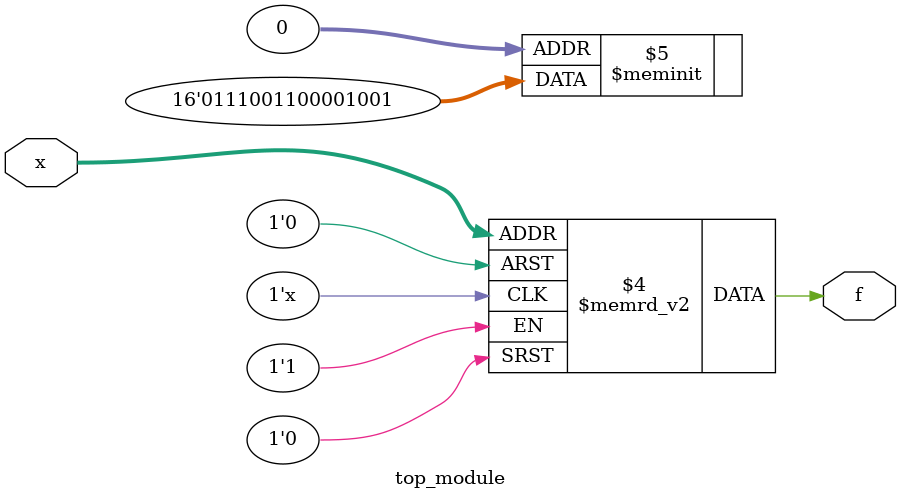
<source format=sv>
module top_module (
	input [4:1] x,
	output logic f
);

	always @(*) begin
		case (x)
			4'b0000: f = 1;
			4'b0001: f = 0;
			4'b0010: f = 0;
			4'b0011: f = 1;
			4'b0100: f = 0;
			4'b0101: f = 0;
			4'b0110: f = 0;
			4'b0111: f = 0;
			4'b1000: f = 1;
			4'b1001: f = 1;
			4'b1010: f = 0;
			4'b1011: f = 0;  // previously was 1
			4'b1100: f = 1;
			4'b1101: f = 1;
			4'b1110: f = 1;
			4'b1111: f = 0;
			default: f = 0;
		endcase
	end

endmodule

</source>
